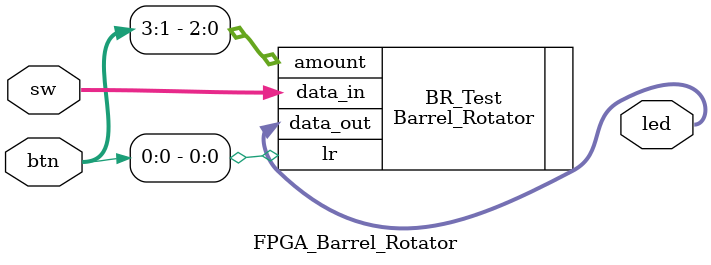
<source format=v>
`timescale 1ns / 1ps
module FPGA_Barrel_Rotator(
	output wire [7:0] led,
	input wire [3:0] btn, // 3:1 amount, 0 lr 
	input wire [7:0] sw
    );

Barrel_Rotator BR_Test(
	.data_out(led),
	.lr(btn[0]),
	.amount(btn[3:1]),
	.data_in(sw)
	);
	
endmodule // FPGA_Barrel_Rotator
</source>
